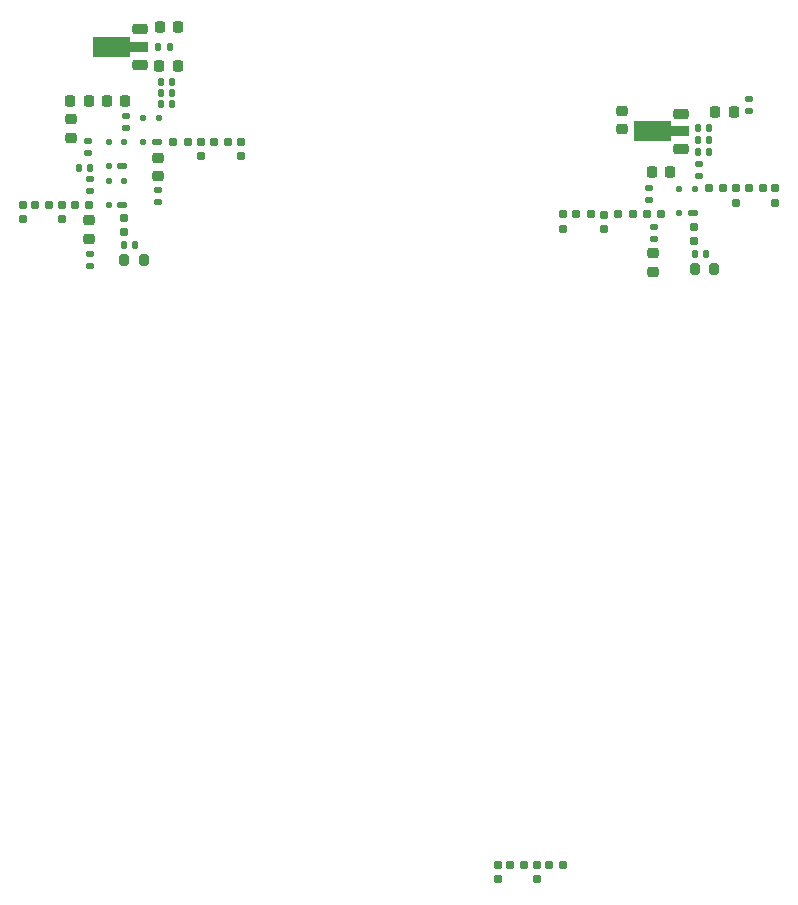
<source format=gtp>
G04 #@! TF.GenerationSoftware,KiCad,Pcbnew,8.0.8-8.0.8-0~ubuntu24.04.1*
G04 #@! TF.CreationDate,2025-01-18T17:04:29+01:00*
G04 #@! TF.ProjectId,rf_lna,72665f6c-6e61-42e6-9b69-6361645f7063,rev?*
G04 #@! TF.SameCoordinates,Original*
G04 #@! TF.FileFunction,Paste,Top*
G04 #@! TF.FilePolarity,Positive*
%FSLAX46Y46*%
G04 Gerber Fmt 4.6, Leading zero omitted, Abs format (unit mm)*
G04 Created by KiCad (PCBNEW 8.0.8-8.0.8-0~ubuntu24.04.1) date 2025-01-18 17:04:29*
%MOMM*%
%LPD*%
G01*
G04 APERTURE LIST*
G04 Aperture macros list*
%AMRoundRect*
0 Rectangle with rounded corners*
0 $1 Rounding radius*
0 $2 $3 $4 $5 $6 $7 $8 $9 X,Y pos of 4 corners*
0 Add a 4 corners polygon primitive as box body*
4,1,4,$2,$3,$4,$5,$6,$7,$8,$9,$2,$3,0*
0 Add four circle primitives for the rounded corners*
1,1,$1+$1,$2,$3*
1,1,$1+$1,$4,$5*
1,1,$1+$1,$6,$7*
1,1,$1+$1,$8,$9*
0 Add four rect primitives between the rounded corners*
20,1,$1+$1,$2,$3,$4,$5,0*
20,1,$1+$1,$4,$5,$6,$7,0*
20,1,$1+$1,$6,$7,$8,$9,0*
20,1,$1+$1,$8,$9,$2,$3,0*%
%AMFreePoly0*
4,1,9,3.862500,-0.866500,0.737500,-0.866500,0.737500,-0.450000,-0.737500,-0.450000,-0.737500,0.450000,0.737500,0.450000,0.737500,0.866500,3.862500,0.866500,3.862500,-0.866500,3.862500,-0.866500,$1*%
G04 Aperture macros list end*
%ADD10RoundRect,0.135000X-0.185000X0.135000X-0.185000X-0.135000X0.185000X-0.135000X0.185000X0.135000X0*%
%ADD11RoundRect,0.160000X0.160000X-0.197500X0.160000X0.197500X-0.160000X0.197500X-0.160000X-0.197500X0*%
%ADD12RoundRect,0.218750X-0.256250X0.218750X-0.256250X-0.218750X0.256250X-0.218750X0.256250X0.218750X0*%
%ADD13RoundRect,0.160000X-0.197500X-0.160000X0.197500X-0.160000X0.197500X0.160000X-0.197500X0.160000X0*%
%ADD14RoundRect,0.140000X-0.140000X-0.170000X0.140000X-0.170000X0.140000X0.170000X-0.140000X0.170000X0*%
%ADD15RoundRect,0.200000X-0.200000X-0.275000X0.200000X-0.275000X0.200000X0.275000X-0.200000X0.275000X0*%
%ADD16RoundRect,0.225000X-0.225000X-0.250000X0.225000X-0.250000X0.225000X0.250000X-0.225000X0.250000X0*%
%ADD17RoundRect,0.125000X-0.125000X-0.165000X0.125000X-0.165000X0.125000X0.165000X-0.125000X0.165000X0*%
%ADD18RoundRect,0.145000X-0.255000X-0.145000X0.255000X-0.145000X0.255000X0.145000X-0.255000X0.145000X0*%
%ADD19RoundRect,0.218750X-0.218750X-0.256250X0.218750X-0.256250X0.218750X0.256250X-0.218750X0.256250X0*%
%ADD20RoundRect,0.160000X0.197500X0.160000X-0.197500X0.160000X-0.197500X-0.160000X0.197500X-0.160000X0*%
%ADD21RoundRect,0.218750X0.218750X0.256250X-0.218750X0.256250X-0.218750X-0.256250X0.218750X-0.256250X0*%
%ADD22RoundRect,0.135000X0.135000X0.185000X-0.135000X0.185000X-0.135000X-0.185000X0.135000X-0.185000X0*%
%ADD23RoundRect,0.160000X-0.160000X0.197500X-0.160000X-0.197500X0.160000X-0.197500X0.160000X0.197500X0*%
%ADD24RoundRect,0.225000X-0.250000X0.225000X-0.250000X-0.225000X0.250000X-0.225000X0.250000X0.225000X0*%
%ADD25RoundRect,0.225000X0.425000X0.225000X-0.425000X0.225000X-0.425000X-0.225000X0.425000X-0.225000X0*%
%ADD26FreePoly0,180.000000*%
%ADD27RoundRect,0.135000X0.185000X-0.135000X0.185000X0.135000X-0.185000X0.135000X-0.185000X-0.135000X0*%
G04 APERTURE END LIST*
D10*
X72700000Y-78200000D03*
X72700000Y-79220000D03*
D11*
X82100000Y-69900000D03*
X82100000Y-68705000D03*
D12*
X120400000Y-78112500D03*
X120400000Y-79687500D03*
D10*
X120500000Y-75890000D03*
X120500000Y-76910000D03*
D13*
X68102500Y-74000000D03*
X69297500Y-74000000D03*
D14*
X78720000Y-65500000D03*
X79680000Y-65500000D03*
D10*
X120100000Y-72590000D03*
X120100000Y-73610000D03*
D15*
X123925000Y-79450000D03*
X125575000Y-79450000D03*
D10*
X124312500Y-70530000D03*
X124312500Y-71550000D03*
D14*
X124220000Y-68500000D03*
X125180000Y-68500000D03*
D10*
X78500000Y-72790000D03*
X78500000Y-73810000D03*
D15*
X75625000Y-78700000D03*
X77275000Y-78700000D03*
D11*
X70370000Y-75227500D03*
X70370000Y-74032500D03*
X107290000Y-131107500D03*
X107290000Y-129912500D03*
D16*
X78625000Y-59000000D03*
X80175000Y-59000000D03*
D17*
X122650000Y-74700000D03*
X122650000Y-72680000D03*
D18*
X123800000Y-74700000D03*
D17*
X123950000Y-72680000D03*
D19*
X74162500Y-65250000D03*
X75737500Y-65250000D03*
D13*
X119900000Y-74800000D03*
X121095000Y-74800000D03*
D10*
X72550000Y-68630000D03*
X72550000Y-69650000D03*
D20*
X72697500Y-74000000D03*
X71502500Y-74000000D03*
D12*
X72680000Y-75312500D03*
X72680000Y-76887500D03*
D10*
X72750000Y-71865000D03*
X72750000Y-72885000D03*
D12*
X71150000Y-66762500D03*
X71150000Y-68337500D03*
D14*
X124220000Y-67500000D03*
X125180000Y-67500000D03*
D21*
X121887500Y-71200000D03*
X120312500Y-71200000D03*
D14*
X78720000Y-64550000D03*
X79680000Y-64550000D03*
D22*
X79510000Y-60650000D03*
X78490000Y-60650000D03*
D14*
X123940000Y-78150000D03*
X124900000Y-78150000D03*
D17*
X77250000Y-68710000D03*
X77250000Y-66690000D03*
D18*
X78400000Y-68710000D03*
D17*
X78550000Y-66690000D03*
D11*
X112820000Y-76027500D03*
X112820000Y-74832500D03*
D12*
X78500000Y-70012500D03*
X78500000Y-71587500D03*
D20*
X80997500Y-68700000D03*
X79802500Y-68700000D03*
D14*
X78720000Y-63600000D03*
X79680000Y-63600000D03*
D23*
X67050000Y-74027500D03*
X67050000Y-75222500D03*
D20*
X118672500Y-74795000D03*
X117477500Y-74795000D03*
D21*
X127237500Y-66200000D03*
X125662500Y-66200000D03*
D17*
X74337500Y-70710000D03*
X74337500Y-68690000D03*
D18*
X75487500Y-70710000D03*
D17*
X75637500Y-68690000D03*
D24*
X117812500Y-66065000D03*
X117812500Y-67615000D03*
D11*
X110550000Y-131117500D03*
X110550000Y-129922500D03*
X116275000Y-76047500D03*
X116275000Y-74852500D03*
D25*
X76950000Y-62150000D03*
D26*
X76862500Y-60650000D03*
D25*
X76950000Y-59150000D03*
D19*
X71062500Y-65250000D03*
X72637500Y-65250000D03*
D20*
X112787500Y-129890000D03*
X111592500Y-129890000D03*
X109507500Y-129890000D03*
X108312500Y-129890000D03*
D10*
X75800000Y-66490000D03*
X75800000Y-67510000D03*
D11*
X123900000Y-77097500D03*
X123900000Y-75902500D03*
D20*
X115120000Y-74800000D03*
X113925000Y-74800000D03*
X129722500Y-72600000D03*
X128527500Y-72600000D03*
D25*
X122812500Y-69302500D03*
D26*
X122725000Y-67802500D03*
D25*
X122812500Y-66302500D03*
D23*
X75605427Y-75148907D03*
X75605427Y-76343907D03*
D14*
X71770000Y-70875000D03*
X72730000Y-70875000D03*
X75620000Y-77400000D03*
X76580000Y-77400000D03*
D11*
X130775000Y-73822500D03*
X130775000Y-72627500D03*
D21*
X80187500Y-62250000D03*
X78612500Y-62250000D03*
D14*
X124220000Y-69550000D03*
X125180000Y-69550000D03*
D20*
X84397500Y-68700000D03*
X83202500Y-68700000D03*
D17*
X74337500Y-74060000D03*
X74337500Y-72040000D03*
D18*
X75487500Y-74060000D03*
D17*
X75637500Y-72040000D03*
D11*
X85500000Y-69897500D03*
X85500000Y-68702500D03*
D27*
X128550000Y-66110000D03*
X128550000Y-65090000D03*
D20*
X126347500Y-72600000D03*
X125152500Y-72600000D03*
D11*
X127450000Y-73822500D03*
X127450000Y-72627500D03*
M02*

</source>
